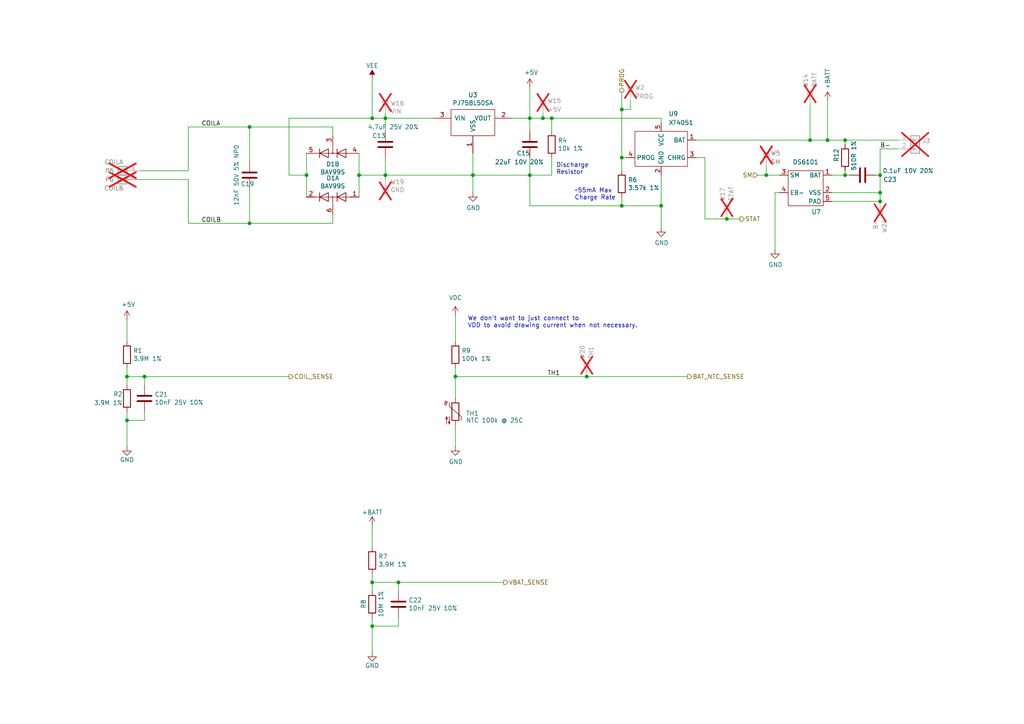
<source format=kicad_sch>
(kicad_sch (version 20250114) (generator "eeschema") (generator_version "9.0")
  (paper "A4")
  (title_block (title "Pixels D20 Schematic, Main") (date "2022-08-26") (rev "13") (company "Systemic Games, LLC") (comment 1 "Wireless Charging Circuitry"))
  (lib_symbols
    (symbol "Connector_Generic:Conn_01x01" (pin_names (offset 1.016) (hide yes))
      (property "Reference" "J" (at 0 2.54 0))
      (property "Value" "Conn_01x01" (at 0 -2.54 0))
      (symbol "Conn_01x01_1_1"
        (rectangle (start -1.27 1.27) (end 1.27 -1.27) (stroke (width 0.254)) (fill (type background)))
        (rectangle (start -1.27 0.127) (end 0 -0.127) (stroke (width 0.1524)))
        (pin passive line (at -5.08 0 0) (length 3.81) (name "Pin_1") (number "1"))
      )
    )
    (symbol "Connector_Generic:Conn_01x02" (pin_names (offset 1.016) (hide yes))
      (property "Reference" "J" (at 0 2.54 0))
      (property "Value" "Conn_01x02" (at 0 -5.08 0))
      (symbol "Conn_01x02_1_1"
        (rectangle (start -1.27 1.27) (end 1.27 -3.81) (stroke (width 0.254)) (fill (type background)))
        (rectangle (start -1.27 0.127) (end 0 -0.127) (stroke (width 0.1524)))
        (rectangle (start -1.27 -2.413) (end 0 -2.667) (stroke (width 0.1524)))
        (pin passive line (at -5.08 0 0) (length 3.81) (name "Pin_1") (number "1"))
        (pin passive line (at -5.08 -2.54 0) (length 3.81) (name "Pin_2") (number "2"))
      )
    )
    (symbol "Device:C" (pin_numbers (hide yes)) (pin_names (offset 0.254))
      (property "Reference" "C" (at 0.635 2.54 0))
      (property "Value" "C" (at 0.635 -2.54 0))
      (symbol "C_0_1"
        (polyline (pts (xy -2.032 0.762) (xy 2.032 0.762)) (stroke (width 0.508)))
        (polyline (pts (xy -2.032 -0.762) (xy 2.032 -0.762)) (stroke (width 0.508)))
      )
      (symbol "C_1_1"
        (pin passive line (at 0 3.81 270) (length 2.794) (name "~") (number "1"))
        (pin passive line (at 0 -3.81 90) (length 2.794) (name "~") (number "2"))
      )
    )
    (symbol "Device:R" (pin_numbers (hide yes)) (pin_names (offset 0))
      (property "Reference" "R" (at 2.032 0 90))
      (property "Value" "R" (at 0 0 90))
      (symbol "R_0_1"
        (rectangle (start -1.016 -2.54) (end 1.016 2.54) (stroke (width 0.254)))
      )
      (symbol "R_1_1"
        (pin passive line (at 0 3.81 270) (length 1.27) (name "~") (number "1"))
        (pin passive line (at 0 -3.81 90) (length 1.27) (name "~") (number "2"))
      )
    )
    (symbol "Device:Thermistor_NTC" (pin_numbers (hide yes)) (pin_names (offset 0))
      (property "Reference" "TH" (at -4.445 0 90))
      (property "Value" "Thermistor_NTC" (at 3.175 0 90))
      (symbol "Thermistor_NTC_0_1"
        (arc (start -3.175 2.413) (mid -3.0506 2.3165) (end -3.048 2.159))
        (arc (start -3.048 2.794) (mid -2.9736 2.9736) (end -2.794 3.048))
        (arc (start -2.794 3.048) (mid -2.6144 2.9736) (end -2.54 2.794))
        (arc (start -2.794 2.54) (mid -2.9736 2.6144) (end -3.048 2.794))
        (arc (start -2.794 1.905) (mid -2.9736 1.9794) (end -3.048 2.159))
        (arc (start -2.54 2.159) (mid -2.6144 1.9794) (end -2.794 1.905))
        (arc (start -2.159 2.794) (mid -2.434 2.5608) (end -2.794 2.54))
        (polyline (pts (xy -2.54 2.159) (xy -2.54 2.794)))
        (polyline (pts (xy -2.54 -3.683) (xy -2.54 -1.397) (xy -2.794 -2.159) (xy -2.286 -2.159) (xy -2.54 -1.397) (xy -2.54 -1.651)) (fill (type outline)))
        (polyline (pts (xy -1.778 2.54) (xy -1.778 1.524) (xy 1.778 -1.524) (xy 1.778 -2.54)))
        (polyline (pts (xy -1.778 -1.397) (xy -1.778 -3.683) (xy -2.032 -2.921) (xy -1.524 -2.921) (xy -1.778 -3.683) (xy -1.778 -3.429)) (fill (type outline)))
        (rectangle (start -1.016 2.54) (end 1.016 -2.54) (stroke (width 0.254)))
      )
      (symbol "Thermistor_NTC_1_1"
        (pin passive line (at 0 3.81 270) (length 1.27) (name "~") (number "1"))
        (pin passive line (at 0 -3.81 90) (length 1.27) (name "~") (number "2"))
      )
    )
    (symbol "Pixels-dice:BAV99S-diode" (pin_names (offset 0.0254) (hide yes))
      (property "Reference" "D" (at 0 2.54 0))
      (property "Value" "BAV99S-diode" (at 0 5.08 0))
      (symbol "BAV99S-diode_0_1"
        (polyline (pts (xy -5.08 0) (xy 5.08 0)))
        (polyline (pts (xy -3.81 1.27) (xy -1.27 0) (xy -3.81 -1.27) (xy -3.81 1.27) (xy -3.81 1.27) (xy -3.81 1.27)) (stroke (width 0.2032)))
        (polyline (pts (xy -1.27 -1.27) (xy -1.27 1.27) (xy -1.27 1.27)) (stroke (width 0.2032)))
        (polyline (pts (xy 0 0) (xy 0 -2.54)))
        (circle (center 0 0) (radius 0.127))
        (polyline (pts (xy 1.27 1.27) (xy 3.81 0) (xy 1.27 -1.27) (xy 1.27 1.27) (xy 1.27 1.27) (xy 1.27 1.27)) (stroke (width 0.2032)))
        (polyline (pts (xy 3.81 1.27) (xy 3.81 -1.27) (xy 3.81 -1.27)) (stroke (width 0.2032)))
      )
      (symbol "BAV99S-diode_1_1"
        (polyline (pts (xy 6.35 0) (xy 7.62 0)))
        (pin passive line (at -7.62 0 0) (length 2.54) (name "A1") (number "1"))
        (pin passive line (at 0 -5.08 90) (length 2.54) (name "K3A4") (number "6"))
        (pin passive line (at 7.62 0 180) (length 2.54) (name "K2") (number "2"))
      )
      (symbol "BAV99S-diode_2_1"
        (polyline (pts (xy 6.35 0) (xy 7.62 0)))
        (pin passive line (at -7.62 0 0) (length 2.54) (name "A3") (number "4"))
        (pin passive line (at 0 -5.08 90) (length 2.54) (name "K1A2") (number "3"))
        (pin passive line (at 7.62 0 180) (length 2.54) (name "K4") (number "5"))
      )
    )
    (symbol "Pixels-dice:DS6101"
      (property "Reference" "U" (at 3.556 -6.35 0))
      (property "Value" "DS6101" (at 0 0 0))
      (symbol "DS6101_0_1"
        (rectangle (start -5.08 5.08) (end 5.08 -5.08))
      )
      (symbol "DS6101_1_1"
        (pin input line (at -7.62 3.81 0) (length 2.54) (name "SM") (number "3"))
        (pin input line (at -7.62 -1.27 0) (length 2.54) (name "EB-") (number "4"))
        (pin power_in line (at 7.62 3.81 180) (length 2.54) (name "BAT") (number "1"))
        (pin power_in line (at 7.62 -1.27 180) (length 2.54) (name "VSS") (number "2"))
        (pin free line (at 7.62 -3.81 180) (length 2.54) (name "PAD") (number "5"))
      )
    )
    (symbol "Pixels-dice:HX6306P502MR" (pin_names (offset 1.016))
      (property "Reference" "U" (at 3.81 -6.35 0))
      (property "Value" "HX6306P502MR" (at 0 3.81 0))
      (symbol "HX6306P502MR_0_1"
        (rectangle (start -6.35 2.54) (end 6.35 -5.08))
      )
      (symbol "HX6306P502MR_1_1"
        (pin power_in line (at -11.43 0 0) (length 5.08) (name "VIN") (number "3"))
        (pin power_in line (at 0 -10.16 90) (length 5.08) (name "VSS") (number "1"))
        (pin power_out line (at 11.43 0 180) (length 5.08) (name "VOUT") (number "2"))
      )
    )
    (symbol "Pixels-dice:TEST_1P-conn" (pin_numbers (hide yes)) (pin_names (offset 0.762) (hide yes))
      (property "Reference" "W" (at 0 6.858 0))
      (property "Value" "TEST_1P-conn" (at 0 5.08 0))
      (symbol "TEST_1P-conn_0_1"
        (circle (center 0 3.302) (radius 0.762))
      )
      (symbol "TEST_1P-conn_1_1"
        (pin passive line (at 0 0 90) (length 2.54) (name "1") (number "1"))
      )
    )
    (symbol "Pixels-dice:XT4051"
      (property "Reference" "U" (at 5.334 -6.35 0))
      (property "Value" "XT4051" (at 0 1.27 0))
      (symbol "XT4051_0_1"
        (rectangle (start -7.62 5.08) (end 7.62 -5.08))
      )
      (symbol "XT4051_1_1"
        (pin input line (at -10.16 -2.54 0) (length 2.54) (name "PROG") (number "4"))
        (pin power_in line (at 0 7.62 270) (length 2.54) (name "VCC") (number "5"))
        (pin power_in line (at 0 -7.62 90) (length 2.54) (name "GND") (number "2"))
        (pin power_out line (at 10.16 2.54 180) (length 2.54) (name "BAT") (number "1"))
        (pin output line (at 10.16 -2.54 180) (length 2.54) (name "CHRG") (number "3"))
      )
    )
    (symbol "power:+5V" (power) (pin_names (offset 0))
      (property "Value" "+5V" (at 0 3.556 0))
      (symbol "+5V_0_1"
        (polyline (pts (xy -0.762 1.27) (xy 0 2.54)))
        (polyline (pts (xy 0 2.54) (xy 0.762 1.27)))
        (polyline (pts (xy 0 0) (xy 0 2.54)))
      )
      (symbol "+5V_1_1"
        (pin power_in line (at 0 0 90) (length 0) (hide yes) (name "+5V") (number "1"))
      )
    )
    (symbol "power:+BATT" (power) (pin_names (offset 0))
      (property "Value" "+BATT" (at 0 3.556 0))
      (symbol "+BATT_0_1"
        (polyline (pts (xy -0.762 1.27) (xy 0 2.54)))
        (polyline (pts (xy 0 2.54) (xy 0.762 1.27)))
        (polyline (pts (xy 0 0) (xy 0 2.54)))
      )
      (symbol "+BATT_1_1"
        (pin power_in line (at 0 0 90) (length 0) (hide yes) (name "+BATT") (number "1"))
      )
    )
    (symbol "power:GND" (power) (pin_names (offset 0))
      (property "Value" "GND" (at 0 -3.81 0))
      (symbol "GND_0_1"
        (polyline (pts (xy 0 0) (xy 0 -1.27) (xy 1.27 -1.27) (xy 0 -2.54) (xy -1.27 -1.27) (xy 0 -1.27)))
      )
      (symbol "GND_1_1"
        (pin power_in line (at 0 0 270) (length 0) (hide yes) (name "GND") (number "1"))
      )
    )
    (symbol "power:VDC" (power) (pin_numbers (hide yes)) (pin_names (offset 0) (hide yes))
      (property "Value" "VDC" (at 0 3.556 0))
      (symbol "VDC_0_1"
        (polyline (pts (xy -0.762 1.27) (xy 0 2.54)))
        (polyline (pts (xy 0 2.54) (xy 0.762 1.27)))
        (polyline (pts (xy 0 0) (xy 0 2.54)))
      )
      (symbol "VDC_1_1"
        (pin power_in line (at 0 0 90) (length 0) (name "~") (number "1"))
      )
    )
    (symbol "power:VEE" (power) (pin_names (offset 0))
      (property "Value" "VEE" (at 0 3.81 0))
      (symbol "VEE_0_1"
        (polyline (pts (xy 0 0) (xy 0 2.54)))
        (polyline (pts (xy 0.762 1.27) (xy -0.762 1.27) (xy 0 2.54) (xy 0.762 1.27)) (fill (type outline)))
      )
      (symbol "VEE_1_1"
        (pin power_in line (at 0 0 90) (length 0) (hide yes) (name "VEE") (number "1"))
      )
    )
  )
  (text "We don't want to just connect to\nVDD to avoid drawing current when not necessary." (at 135.636 95.25 0) (effects (font (size 1.27 1.27)) (justify left bottom)))
  (text "~55mA Max\nCharge Rate" (at 166.624 58.166 0) (effects (font (size 1.27 1.27)) (justify left bottom)))
  (text "Discharge\nResistor" (at 161.29 50.8 0) (effects (font (size 1.27 1.27)) (justify left bottom)))
  (junction (at 245.11 50.8))
  (junction (at 88.9 50.8))
  (junction (at 180.34 59.69))
  (junction (at 245.11 40.64))
  (junction (at 36.83 109.22))
  (junction (at 36.83 121.92))
  (junction (at 191.77 59.69))
  (junction (at 115.57 168.91))
  (junction (at 160.02 34.29))
  (junction (at 153.67 50.8))
  (junction (at 240.03 40.64))
  (junction (at 137.16 50.8))
  (junction (at 111.76 50.8))
  (junction (at 180.34 31.75))
  (junction (at 132.08 109.22))
  (junction (at 170.18 109.22))
  (junction (at 111.76 34.29))
  (junction (at 222.25 50.8))
  (junction (at 180.34 45.72))
  (junction (at 107.95 181.61))
  (junction (at 41.91 109.22))
  (junction (at 234.95 40.64))
  (junction (at 255.27 58.42))
  (junction (at 153.67 34.29))
  (junction (at 157.48 34.29))
  (junction (at 107.95 168.91))
  (junction (at 104.14 50.8))
  (junction (at 72.39 36.83))
  (junction (at 210.82 63.5))
  (junction (at 107.95 34.29))
  (junction (at 255.27 50.8))
  (junction (at 255.27 55.88))
  (junction (at 72.39 64.77))
  (wire (pts (xy 160.02 45.72) (xy 160.02 50.8)))
  (wire (pts (xy 153.67 59.69) (xy 180.34 59.69)))
  (wire (pts (xy 234.95 40.64) (xy 240.03 40.64)))
  (wire (pts (xy 115.57 181.61) (xy 107.95 181.61)))
  (wire (pts (xy 36.83 119.38) (xy 36.83 121.92)))
  (wire (pts (xy 153.67 50.8) (xy 153.67 59.69)))
  (wire (pts (xy 111.76 34.29) (xy 125.73 34.29)))
  (wire (pts (xy 157.48 33.02) (xy 157.48 34.29)))
  (wire (pts (xy 54.61 64.77) (xy 72.39 64.77)))
  (wire (pts (xy 204.47 63.5) (xy 210.82 63.5)))
  (wire (pts (xy 36.83 99.06) (xy 36.83 92.71)))
  (wire (pts (xy 160.02 34.29) (xy 160.02 38.1)))
  (wire (pts (xy 54.61 36.83) (xy 72.39 36.83)))
  (wire (pts (xy 153.67 25.4) (xy 153.67 34.29)))
  (wire (pts (xy 245.11 40.64) (xy 240.03 40.64)))
  (wire (pts (xy 54.61 64.77) (xy 54.61 52.07)))
  (wire (pts (xy 180.34 59.69) (xy 191.77 59.69)))
  (wire (pts (xy 88.9 44.45) (xy 88.9 50.8)))
  (wire (pts (xy 153.67 50.8) (xy 153.67 45.72)))
  (wire (pts (xy 72.39 46.99) (xy 72.39 36.83)))
  (wire (pts (xy 40.64 49.53) (xy 54.61 49.53)))
  (wire (pts (xy 234.95 30.48) (xy 234.95 40.64)))
  (wire (pts (xy 204.47 45.72) (xy 204.47 63.5)))
  (wire (pts (xy 36.83 106.68) (xy 36.83 109.22)))
  (wire (pts (xy 36.83 121.92) (xy 36.83 129.54)))
  (wire (pts (xy 255.27 43.18) (xy 260.35 43.18)))
  (wire (pts (xy 222.25 50.8) (xy 226.06 50.8)))
  (wire (pts (xy 36.83 111.76) (xy 36.83 109.22)))
  (wire (pts (xy 132.08 91.44) (xy 132.08 99.06)))
  (wire (pts (xy 54.61 36.83) (xy 54.61 49.53)))
  (wire (pts (xy 88.9 50.8) (xy 88.9 57.15)))
  (wire (pts (xy 157.48 34.29) (xy 160.02 34.29)))
  (wire (pts (xy 104.14 44.45) (xy 104.14 50.8)))
  (wire (pts (xy 137.16 50.8) (xy 153.67 50.8)))
  (wire (pts (xy 104.14 50.8) (xy 104.14 57.15)))
  (wire (pts (xy 160.02 34.29) (xy 191.77 34.29)))
  (wire (pts (xy 111.76 33.02) (xy 111.76 34.29)))
  (wire (pts (xy 115.57 168.91) (xy 107.95 168.91)))
  (wire (pts (xy 182.88 31.75) (xy 180.34 31.75)))
  (wire (pts (xy 115.57 179.07) (xy 115.57 181.61)))
  (wire (pts (xy 41.91 119.38) (xy 41.91 121.92)))
  (wire (pts (xy 132.08 109.22) (xy 170.18 109.22)))
  (wire (pts (xy 241.3 58.42) (xy 255.27 58.42)))
  (wire (pts (xy 36.83 109.22) (xy 41.91 109.22)))
  (wire (pts (xy 255.27 55.88) (xy 241.3 55.88)))
  (wire (pts (xy 255.27 50.8) (xy 255.27 55.88)))
  (wire (pts (xy 132.08 106.68) (xy 132.08 109.22)))
  (wire (pts (xy 224.79 55.88) (xy 226.06 55.88)))
  (wire (pts (xy 245.11 50.8) (xy 241.3 50.8)))
  (wire (pts (xy 222.25 48.26) (xy 222.25 50.8)))
  (wire (pts (xy 72.39 54.61) (xy 72.39 64.77)))
  (wire (pts (xy 96.52 62.23) (xy 96.52 64.77)))
  (wire (pts (xy 255.27 58.42) (xy 255.27 55.88)))
  (wire (pts (xy 111.76 34.29) (xy 111.76 38.1)))
  (wire (pts (xy 182.88 29.21) (xy 182.88 31.75)))
  (wire (pts (xy 137.16 50.8) (xy 137.16 55.88)))
  (wire (pts (xy 204.47 45.72) (xy 201.93 45.72)))
  (wire (pts (xy 72.39 36.83) (xy 96.52 36.83)))
  (wire (pts (xy 148.59 34.29) (xy 153.67 34.29)))
  (wire (pts (xy 132.08 123.19) (xy 132.08 129.54)))
  (wire (pts (xy 72.39 64.77) (xy 96.52 64.77)))
  (wire (pts (xy 180.34 31.75) (xy 180.34 45.72)))
  (wire (pts (xy 107.95 168.91) (xy 107.95 171.45)))
  (wire (pts (xy 245.11 40.64) (xy 245.11 41.91)))
  (wire (pts (xy 107.95 152.4) (xy 107.95 158.75)))
  (wire (pts (xy 107.95 179.07) (xy 107.95 181.61)))
  (wire (pts (xy 115.57 168.91) (xy 146.05 168.91)))
  (wire (pts (xy 170.18 109.22) (xy 199.39 109.22)))
  (wire (pts (xy 40.64 52.07) (xy 54.61 52.07)))
  (wire (pts (xy 240.03 29.21) (xy 240.03 40.64)))
  (wire (pts (xy 41.91 109.22) (xy 83.82 109.22)))
  (wire (pts (xy 224.79 55.88) (xy 224.79 72.39)))
  (wire (pts (xy 111.76 50.8) (xy 104.14 50.8)))
  (wire (pts (xy 219.71 50.8) (xy 222.25 50.8)))
  (wire (pts (xy 191.77 35.56) (xy 191.77 34.29)))
  (wire (pts (xy 41.91 111.76) (xy 41.91 109.22)))
  (wire (pts (xy 191.77 50.8) (xy 191.77 59.69)))
  (wire (pts (xy 180.34 26.67) (xy 180.34 31.75)))
  (wire (pts (xy 210.82 63.5) (xy 214.63 63.5)))
  (wire (pts (xy 153.67 34.29) (xy 153.67 38.1)))
  (wire (pts (xy 83.82 34.29) (xy 107.95 34.29)))
  (wire (pts (xy 137.16 44.45) (xy 137.16 50.8)))
  (wire (pts (xy 255.27 43.18) (xy 255.27 50.8)))
  (wire (pts (xy 88.9 50.8) (xy 83.82 50.8)))
  (wire (pts (xy 115.57 168.91) (xy 115.57 171.45)))
  (wire (pts (xy 41.91 121.92) (xy 36.83 121.92)))
  (wire (pts (xy 181.61 45.72) (xy 180.34 45.72)))
  (wire (pts (xy 245.11 49.53) (xy 245.11 50.8)))
  (wire (pts (xy 111.76 52.07) (xy 111.76 50.8)))
  (wire (pts (xy 160.02 50.8) (xy 153.67 50.8)))
  (wire (pts (xy 107.95 166.37) (xy 107.95 168.91)))
  (wire (pts (xy 254 50.8) (xy 255.27 50.8)))
  (wire (pts (xy 153.67 34.29) (xy 157.48 34.29)))
  (wire (pts (xy 245.11 40.64) (xy 260.35 40.64)))
  (wire (pts (xy 201.93 40.64) (xy 234.95 40.64)))
  (wire (pts (xy 83.82 50.8) (xy 83.82 34.29)))
  (wire (pts (xy 180.34 57.15) (xy 180.34 59.69)))
  (wire (pts (xy 107.95 181.61) (xy 107.95 189.23)))
  (wire (pts (xy 107.95 22.86) (xy 107.95 34.29)))
  (wire (pts (xy 111.76 45.72) (xy 111.76 50.8)))
  (wire (pts (xy 111.76 50.8) (xy 137.16 50.8)))
  (wire (pts (xy 96.52 39.37) (xy 96.52 36.83)))
  (wire (pts (xy 180.34 45.72) (xy 180.34 49.53)))
  (wire (pts (xy 191.77 59.69) (xy 191.77 66.04)))
  (wire (pts (xy 107.95 34.29) (xy 111.76 34.29)))
  (wire (pts (xy 245.11 50.8) (xy 246.38 50.8)))
  (wire (pts (xy 132.08 109.22) (xy 132.08 115.57)))
  (label "COILB" (at 58.42 64.77 0))
  (label "B-" (at 255.27 43.18 0))
  (label "TH1" (at 158.75 109.22 0))
  (label "COILA" (at 58.42 36.83 0))
  (hierarchical_label "SM" (shape input) (at 219.71 50.8 180))
  (hierarchical_label "BAT_NTC_SENSE" (shape output) (at 199.39 109.22 0))
  (hierarchical_label "PROG" (shape output) (at 180.34 26.67 90))
  (hierarchical_label "VBAT_SENSE" (shape output) (at 146.05 168.91 0))
  (hierarchical_label "COIL_SENSE" (shape output) (at 83.82 109.22 0))
  (hierarchical_label "STAT" (shape output) (at 214.63 63.5 0))
  (symbol (lib_id "power:GND") (at 224.79 72.39 0) (unit 1)
    (property "Reference" "#PWR052" (effects (hide yes)))
    (property "Value" "GND" (at 224.917 76.7842 0))
  )
  (symbol (lib_id "Device:C") (at 111.76 41.91 0) (unit 1)
    (property "Reference" "C13" (at 107.95 39.37 0) (effects (justify left)))
    (property "Value" "4.7uF 25V 20%" (at 106.68 36.83 0) (effects (justify left)))
    (property "Footprint" "Capacitor_SMD:C_0402_1005Metric" (effects (hide yes)))
    (property "Generic OK" "YES" (effects (hide yes)))
    (property "Manufacturer" "HRE" (effects (hide yes)))
    (property "Part Number" "CGA0402X5R475M250GT" (effects (hide yes)))
    (property "LCSC Part #" "C6119795" (effects (hide yes)))
  )
  (symbol (lib_id "Device:R") (at 132.08 102.87 0) (unit 1)
    (property "Reference" "R9" (at 133.858 101.7016 0) (effects (justify left)))
    (property "Value" "100k 1%" (at 133.858 104.013 0) (effects (justify left)))
    (property "Footprint" "Resistor_SMD:R_0201_0603Metric" (effects (hide yes)))
    (property "Generic OK" "YES" (effects (hide yes)))
    (property "Manufacturer" "UNI-ROYAL(Uniroyal Elec)" (effects (hide yes)))
    (property "Part Number" "0201WMF1003TEE" (effects (hide yes)))
    (property "LCSC Part #" "C270364" (effects (hide yes)))
  )
  (symbol (lib_id "Pixels-dice:TEST_1P-conn") (at 111.76 33.02 0) (unit 1) (in_bom no) (dnp yes)
    (property "Reference" "W16" (at 113.2332 29.972 0) (effects (justify left)))
    (property "Value" "VIN" (at 113.2332 32.2834 0) (effects (justify left)))
    (property "Footprint" "Pixels-dice:TEST_PIN" (effects (hide yes)))
    (property "Generic OK" "N/A" (effects (hide yes)))
  )
  (symbol (lib_id "Device:R") (at 160.02 41.91 0) (unit 1)
    (property "Reference" "R4" (at 161.798 40.7416 0) (effects (justify left)))
    (property "Value" "10k 1%" (at 161.798 43.053 0) (effects (justify left)))
    (property "Footprint" "Resistor_SMD:R_0201_0603Metric" (effects (hide yes)))
    (property "Generic OK" "YES" (effects (hide yes)))
    (property "Manufacturer" "UNI-ROYAL(Uniroyal Elec)" (effects (hide yes)))
    (property "Part Number" "0201WMF1002TEE" (effects (hide yes)))
    (property "LCSC Part #" "C473048" (effects (hide yes)))
  )
  (symbol (lib_id "Device:Thermistor_NTC") (at 132.08 119.38 0) (unit 1)
    (property "Reference" "TH1" (at 135.128 119.888 0) (effects (justify left)))
    (property "Value" "NTC 100k @ 25C" (at 135.128 121.92 0) (effects (justify left)))
    (property "Footprint" "Resistor_SMD:R_0201_0603Metric" (effects (hide yes)))
    (property "Generic OK" "NO" (effects (hide yes)))
    (property "Manufacturer" "muRata " (effects (hide yes)))
    (property "Part Number" "NCP03WF104F05RL " (effects (hide yes)))
    (property "LCSC Part #" "C107344" (effects (hide yes)))
  )
  (symbol (lib_id "power:VEE") (at 107.95 22.86 0) (unit 1)
    (property "Reference" "#PWR032" (effects (hide yes)))
    (property "Value" "VEE" (at 107.95 19.05 0))
  )
  (symbol (lib_id "power:+5V") (at 36.83 92.71 0) (unit 1)
    (property "Reference" "#PWR057" (effects (hide yes)))
    (property "Value" "+5V" (at 37.211 88.3158 0))
  )
  (symbol (lib_id "Device:C") (at 72.39 50.8 0) (unit 1)
    (property "Reference" "C19" (at 69.85 53.34 0) (effects (justify left)))
    (property "Value" "12nF 50V 5% NP0" (at 68.58 59.69 90) (effects (justify left)))
    (property "Footprint" "Capacitor_SMD:C_0805_2012Metric" (effects (hide yes)))
    (property "Generic OK" "NO" (effects (hide yes)))
    (property "Pixels Part Number" "SMD-C011" (effects (hide yes)))
    (property "Manufacturer" "Murata" (effects (hide yes)))
    (property "Part Number" "GRM2195C1H123JA01D" (effects (hide yes)))
  )
  (symbol (lib_id "Device:C") (at 250.19 50.8 90) (unit 1)
    (property "Reference" "C23" (at 260.096 52.07 90) (effects (justify left)))
    (property "Value" "0.1uF 10V 20%" (at 270.764 49.53 90) (effects (justify left)))
    (property "Footprint" "Capacitor_SMD:C_0201_0603Metric" (effects (hide yes)))
    (property "Generic OK" "YES" (effects (hide yes)))
    (property "Manufacturer" "HRE" (effects (hide yes)))
    (property "Part Number" "CGA0201X5R104K100ET" (effects (hide yes)))
    (property "LCSC Part #" "C6119757" (effects (hide yes)))
  )
  (symbol (lib_id "Device:R") (at 180.34 53.34 0) (unit 1)
    (property "Reference" "R6" (at 182.118 52.1716 0) (effects (justify left)))
    (property "Value" "3.57k 1%" (at 182.118 54.483 0) (effects (justify left)))
    (property "Footprint" "Resistor_SMD:R_0201_0603Metric" (effects (hide yes)))
    (property "Generic OK" "YES" (effects (hide yes)))
    (property "Manufacturer" "UNI-ROYAL(Uniroyal Elec)" (effects (hide yes)))
    (property "Part Number" "0201WMF3571TEE" (effects (hide yes)))
  )
  (symbol (lib_id "Pixels-dice:TEST_1P-conn") (at 255.27 58.42 180) (unit 1) (in_bom no) (dnp yes)
    (property "Reference" "W24" (at 256.54 63.5 90) (effects (justify left)))
    (property "Value" "B-" (at 254 63.5 90) (effects (justify left)))
    (property "Footprint" "Pixels-dice:TEST_PIN" (effects (hide yes)))
    (property "Generic OK" "N/A" (effects (hide yes)))
  )
  (symbol (lib_id "Device:R") (at 107.95 162.56 0) (unit 1)
    (property "Reference" "R7" (at 109.728 161.3916 0) (effects (justify left)))
    (property "Value" "3.9M 1%" (at 109.728 163.703 0) (effects (justify left)))
    (property "Footprint" "Resistor_SMD:R_0201_0603Metric" (effects (hide yes)))
    (property "Generic OK" "YES" (effects (hide yes)))
    (property "Manufacturer" "UNI-ROYAL(Uniroyal Elec)" (effects (hide yes)))
    (property "Part Number" "0201WMF3904TEE" (effects (hide yes)))
    (property "Alternate Manufacturer" "RALEC" (effects (hide yes)))
    (property "Alternate PN" "RTT013904FTH" (effects (hide yes)))
    (property "Alternate LCSC Part #" "C166210" (effects (hide yes)))
    (property "LCSC Part #" "C423545" (effects (hide yes)))
  )
  (symbol (lib_id "power:+BATT") (at 107.95 152.4 0) (unit 1)
    (property "Reference" "#PWR058" (effects (hide yes)))
    (property "Value" "+BATT" (at 107.95 148.59 0))
  )
  (symbol (lib_id "Device:R") (at 107.95 175.26 0) (unit 1)
    (property "Reference" "R8" (at 105.41 176.53 90) (effects (justify left)))
    (property "Value" "10M 1%" (at 110.49 179.07 90) (effects (justify left)))
    (property "Footprint" "Resistor_SMD:R_0201_0603Metric" (effects (hide yes)))
    (property "Generic OK" "YES" (effects (hide yes)))
    (property "Manufacturer" "UNI-ROYAL(Uniroyal Elec)" (effects (hide yes)))
    (property "Part Number" "0201WMF1005TEE" (effects (hide yes)))
    (property "LCSC Part #" "C423797" (effects (hide yes)))
  )
  (symbol (lib_id "Pixels-dice:HX6306P502MR") (at 137.16 34.29 0) (unit 1)
    (property "Reference" "U3" (at 137.16 27.559 0))
    (property "Value" "PJ75BL50SA" (at 137.16 29.8704 0))
    (property "Footprint" "Pixels-dice:SOT-23" (effects (hide yes)))
    (property "Manufacturer" "PJSEMI" (effects (hide yes)))
    (property "Manufacturer Part Number" "PJ75BL50SA" (effects (hide yes)))
    (property "Generic OK" "NO" (effects (hide yes)))
    (property "Part Number" "PJ75BL50SA" (effects (hide yes)))
  )
  (symbol (lib_id "Device:R") (at 36.83 102.87 0) (unit 1)
    (property "Reference" "R1" (at 38.608 101.7016 0) (effects (justify left)))
    (property "Value" "3.9M 1%" (at 38.608 104.013 0) (effects (justify left)))
    (property "Footprint" "Resistor_SMD:R_0201_0603Metric" (effects (hide yes)))
    (property "Generic OK" "YES" (effects (hide yes)))
    (property "Manufacturer" "UNI-ROYAL(Uniroyal Elec)" (effects (hide yes)))
    (property "Part Number" "0201WMF3904TEE" (effects (hide yes)))
    (property "Alternate Manufacturer" "RALEC" (effects (hide yes)))
    (property "Alternate PN" "RTT013904FTH" (effects (hide yes)))
    (property "Alternate LCSC Part #" "C166210" (effects (hide yes)))
    (property "LCSC Part #" "C423545" (effects (hide yes)))
  )
  (symbol (lib_id "Device:R") (at 36.83 115.57 180) (unit 1)
    (property "Reference" "R2" (at 35.56 114.3 0) (effects (justify left)))
    (property "Value" "3.9M 1%" (at 35.56 116.84 0) (effects (justify left)))
    (property "Footprint" "Resistor_SMD:R_0201_0603Metric" (effects (hide yes)))
    (property "Generic OK" "YES" (effects (hide yes)))
    (property "Manufacturer" "UNI-ROYAL(Uniroyal Elec)" (effects (hide yes)))
    (property "Part Number" "0201WMF3904TEE" (effects (hide yes)))
    (property "Alternate Manufacturer" "RALEC" (effects (hide yes)))
    (property "Alternate PN" "RTT013904FTH" (effects (hide yes)))
    (property "Alternate LCSC Part #" "C166210" (effects (hide yes)))
    (property "LCSC Part #" "C423545" (effects (hide yes)))
  )
  (symbol (lib_id "power:GND") (at 107.95 189.23 0) (unit 1)
    (property "Reference" "#PWR060" (effects (hide yes)))
    (property "Value" "GND" (at 107.95 193.04 0))
  )
  (symbol (lib_id "power:+5V") (at 153.67 25.4 0) (unit 1)
    (property "Reference" "#PWR040" (effects (hide yes)))
    (property "Value" "+5V" (at 154.051 21.0058 0))
  )
  (symbol (lib_id "Device:C") (at 115.57 175.26 0) (unit 1)
    (property "Reference" "C22" (at 118.491 174.0916 0) (effects (justify left)))
    (property "Value" "10nF 25V 10%" (at 118.491 176.403 0) (effects (justify left)))
    (property "Footprint" "Capacitor_SMD:C_0201_0603Metric" (effects (hide yes)))
    (property "Generic OK" "YES" (effects (hide yes)))
    (property "Manufacturer" "HRE" (effects (hide yes)))
    (property "Part Number" "CGA0201X5R103K250ET" (effects (hide yes)))
    (property "Alternate Manufacturer" "Murata Electronics" (effects (hide yes)))
    (property "Alternate PN" "GRM033R71A103KA01D" (effects (hide yes)))
    (property "Alternate LCSC Part #" "C76941" (effects (hide yes)))
    (property "LCSC Part #" "C7503521" (effects (hide yes)))
  )
  (symbol (lib_id "Pixels-dice:TEST_1P-conn") (at 210.82 63.5 0) (unit 1) (in_bom no) (dnp yes)
    (property "Reference" "W17" (at 209.55 58.42 90) (effects (justify left)))
    (property "Value" "STAT" (at 212.09 58.42 90) (effects (justify left)))
    (property "Footprint" "Pixels-dice:TEST_PIN" (effects (hide yes)))
    (property "Generic OK" "N/A" (effects (hide yes)))
  )
  (symbol (lib_id "Device:R") (at 245.11 45.72 0) (unit 1)
    (property "Reference" "R12" (at 242.57 46.99 90) (effects (justify left)))
    (property "Value" "510R 1%" (at 247.65 49.53 90) (effects (justify left)))
    (property "Footprint" "Resistor_SMD:R_0201_0603Metric" (effects (hide yes)))
    (property "Generic OK" "YES" (effects (hide yes)))
    (property "Manufacturer" "UNI-ROYAL(Uniroyal Elec)" (effects (hide yes)))
    (property "Part Number" "NQ01WMJ0511TEE" (effects (hide yes)))
    (property "LCSC Part #" "C965307" (effects (hide yes)))
  )
  (symbol (lib_id "power:GND") (at 191.77 66.04 0) (unit 1)
    (property "Reference" "#PWR051" (effects (hide yes)))
    (property "Value" "GND" (at 191.897 70.4342 0))
  )
  (symbol (lib_id "power:GND") (at 137.16 55.88 0) (unit 1)
    (property "Reference" "#PWR050" (effects (hide yes)))
    (property "Value" "GND" (at 137.287 60.2742 0))
  )
  (symbol (lib_id "power:+BATT") (at 240.03 29.21 0) (unit 1)
    (property "Reference" "#PWR041" (effects (hide yes)))
    (property "Value" "+BATT" (at 240.03 22.86 90))
  )
  (symbol (lib_id "Connector_Generic:Conn_01x02") (at 265.43 40.64 0) (unit 1) (in_bom no) (dnp yes)
    (property "Reference" "J3" (at 267.462 40.8432 0) (effects (justify left)))
    (property "Value" "Conn_01x02" (effects (hide yes)))
    (property "Footprint" "Pixels-dice:Hongjie 10100 Solder Tabs" (effects (hide yes)))
    (property "Generic OK" "N/A" (effects (hide yes)))
  )
  (symbol (lib_id "Pixels-dice:XT4051") (at 191.77 43.18 0) (unit 1)
    (property "Reference" "U9" (at 193.9133 33.02 0) (effects (justify left)))
    (property "Value" "XT4051" (at 193.9133 35.56 0) (effects (justify left)))
    (property "Footprint" "Package_TO_SOT_SMD:SOT-553" (effects (hide yes)))
    (property "Manufacturer" "NATLINEAR" (effects (hide yes)))
    (property "Part Number" "XT4051K421KR-G" (effects (hide yes)))
    (property "LCSC Part #" "C219186" (effects (hide yes)))
  )
  (symbol (lib_id "Device:C") (at 153.67 41.91 0) (unit 1)
    (property "Reference" "C15" (at 149.86 44.45 0) (effects (justify left)))
    (property "Value" "22uF 10V 20%" (at 143.51 46.99 0) (effects (justify left)))
    (property "Footprint" "Capacitor_SMD:C_0603_1608Metric" (effects (hide yes)))
    (property "Generic OK" "YES" (effects (hide yes)))
    (property "Manufacturer" "HRE" (effects (hide yes)))
    (property "Part Number" "CGA0603X5R226M100JT" (effects (hide yes)))
    (property "LCSC Part #" "C6119863" (effects (hide yes)))
  )
  (symbol (lib_id "power:VDC") (at 132.08 91.44 0) (unit 1)
    (property "Reference" "#PWR039" (effects (hide yes)))
    (property "Value" "VDC" (at 132.08 86.36 0))
    (property "Description" "Power symbol creates a global label with name \"VDC\"" (effects (hide yes)))
  )
  (symbol (lib_id "Pixels-dice:TEST_1P-conn") (at 111.76 52.07 180) (unit 1) (in_bom no) (dnp yes)
    (property "Reference" "W19" (at 113.2332 52.7558 0) (effects (justify right)))
    (property "Value" "GND" (at 113.2332 55.0672 0) (effects (justify right)))
    (property "Footprint" "Pixels-dice:TEST_PIN" (effects (hide yes)))
    (property "Generic OK" "N/A" (effects (hide yes)))
  )
  (symbol (lib_id "Pixels-dice:TEST_1P-conn") (at 234.95 30.48 0) (unit 1) (in_bom no) (dnp yes)
    (property "Reference" "W14" (at 233.68 25.4 90) (effects (justify left)))
    (property "Value" "BATT" (at 236.22 25.4 90) (effects (justify left)))
    (property "Footprint" "Pixels-dice:TEST_PIN" (effects (hide yes)))
    (property "Generic OK" "N/A" (effects (hide yes)))
  )
  (symbol (lib_id "Connector_Generic:Conn_01x01") (at 35.56 52.07 180) (unit 1) (in_bom no) (dnp yes)
    (property "Reference" "P6" (at 31.75 52.07 0))
    (property "Value" "COILB" (at 33.02 54.61 0))
    (property "Footprint" "Pixels-dice:TestPoint_THTPad_D1.5mm_Drill0.7mm_nosilk" (effects (hide yes)))
    (property "Generic OK" "N/A" (effects (hide yes)))
  )
  (symbol (lib_id "Connector_Generic:Conn_01x01") (at 35.56 49.53 180) (unit 1) (in_bom no) (dnp yes)
    (property "Reference" "P5" (at 31.75 49.53 0))
    (property "Value" "COILA" (at 33.02 46.99 0))
    (property "Footprint" "Pixels-dice:TestPoint_THTPad_D1.5mm_Drill0.7mm_nosilk" (effects (hide yes)))
    (property "Generic OK" "N/A" (effects (hide yes)))
  )
  (symbol (lib_id "Pixels-dice:TEST_1P-conn") (at 157.48 33.02 0) (unit 1) (in_bom no) (dnp yes)
    (property "Reference" "W15" (at 158.75 29.21 0) (effects (justify left)))
    (property "Value" "+5V" (at 158.75 31.75 0) (effects (justify left)))
    (property "Footprint" "Pixels-dice:TEST_PIN" (effects (hide yes)))
    (property "Generic OK" "N/A" (effects (hide yes)))
  )
  (symbol (lib_id "Pixels-dice:TEST_1P-conn") (at 170.18 109.22 0) (unit 1) (in_bom no) (dnp yes)
    (property "Reference" "W20" (at 168.91 104.14 90) (effects (justify left)))
    (property "Value" "TH1" (at 171.45 104.14 90) (effects (justify left)))
    (property "Footprint" "Pixels-dice:TEST_PIN" (effects (hide yes)))
    (property "Generic OK" "N/A" (effects (hide yes)))
  )
  (symbol (lib_id "Pixels-dice:TEST_1P-conn") (at 222.25 48.26 0) (unit 1) (in_bom no) (dnp yes)
    (property "Reference" "W5" (at 223.52 44.45 0) (effects (justify left)))
    (property "Value" "SM" (at 223.52 46.99 0) (effects (justify left)))
    (property "Footprint" "Pixels-dice:TEST_PIN" (effects (hide yes)))
    (property "Generic OK" "N/A" (effects (hide yes)))
  )
  (symbol (lib_id "Pixels-dice:DS6101") (at 233.68 54.61 0) (unit 1)
    (property "Reference" "U7" (at 236.728 61.468 0))
    (property "Value" "DS6101" (at 233.68 46.99 0))
    (property "Footprint" "Package_DFN_QFN:UDFN-4-1EP_1x1mm_P0.65mm_EP0.48x0.48mm" (effects (hide yes)))
    (property "Manufacturer" "DSTECH" (effects (hide yes)))
    (property "Part Number" " DS6101AED4" (effects (hide yes)))
    (property "LCSC Part #" "C7499469" (effects (hide yes)))
  )
  (symbol (lib_id "Pixels-dice:TEST_1P-conn") (at 182.88 29.21 0) (unit 1) (in_bom no) (dnp yes)
    (property "Reference" "W2" (at 184.15 25.4 0) (effects (justify left)))
    (property "Value" "PROG" (at 184.15 27.94 0) (effects (justify left)))
    (property "Footprint" "Pixels-dice:TEST_PIN" (effects (hide yes)))
    (property "Generic OK" "N/A" (effects (hide yes)))
  )
  (symbol (lib_id "power:GND") (at 132.08 129.54 0) (unit 1)
    (property "Reference" "#PWR022" (effects (hide yes)))
    (property "Value" "GND" (at 132.207 133.9342 0))
  )
  (symbol (lib_id "Pixels-dice:BAV99S-diode") (at 96.52 44.45 180) (unit 2)
    (property "Reference" "D1" (at 96.52 47.5996 0))
    (property "Value" "BAV99S" (at 96.52 49.911 0))
    (property "Footprint" "Pixels-dice:SOT-363_SC-70-6" (effects (hide yes)))
    (property "Datasheet" "https://assets.nexperia.com/documents/data-sheet/BAV99_SER.pdf" (effects (hide yes)))
    (property "Generic OK" "YES" (effects (hide yes)))
    (property "Manufacturer" "Nexperia" (effects (hide yes)))
    (property "Part Number" "BAV99S,115" (effects (hide yes)))
    (property "LCSC Part #" "C96225" (effects (hide yes)))
  )
  (symbol (lib_id "power:GND") (at 36.83 129.54 0) (unit 1)
    (property "Reference" "#PWR059" (effects (hide yes)))
    (property "Value" "GND" (at 36.83 133.35 0))
  )
  (symbol (lib_id "Pixels-dice:BAV99S-diode") (at 96.52 57.15 0) (mirror y) (unit 1)
    (property "Reference" "D1" (at 96.52 51.6636 0))
    (property "Value" "BAV99S" (at 96.52 53.975 0))
    (property "Footprint" "Pixels-dice:SOT-363_SC-70-6" (effects (hide yes)))
    (property "Datasheet" "https://assets.nexperia.com/documents/data-sheet/BAV99_SER.pdf" (effects (hide yes)))
    (property "Generic OK" "YES" (effects (hide yes)))
    (property "Manufacturer" "Nexperia" (effects (hide yes)))
    (property "Part Number" "BAV99S,115" (effects (hide yes)))
    (property "LCSC Part #" "C96225" (effects (hide yes)))
  )
  (symbol (lib_id "Device:C") (at 41.91 115.57 0) (unit 1)
    (property "Reference" "C21" (at 44.831 114.4016 0) (effects (justify left)))
    (property "Value" "10nF 25V 10%" (at 44.831 116.713 0) (effects (justify left)))
    (property "Footprint" "Capacitor_SMD:C_0201_0603Metric" (effects (hide yes)))
    (property "Generic OK" "YES" (effects (hide yes)))
    (property "Manufacturer" "HRE" (effects (hide yes)))
    (property "Part Number" "CGA0201X5R103K250ET" (effects (hide yes)))
    (property "Alternate Manufacturer" "Murata Electronics" (effects (hide yes)))
    (property "Alternate PN" "GRM033R71A103KA01D" (effects (hide yes)))
    (property "Alternate LCSC Part #" "C76941" (effects (hide yes)))
    (property "LCSC Part #" "C7503521" (effects (hide yes)))
  )
)
</source>
